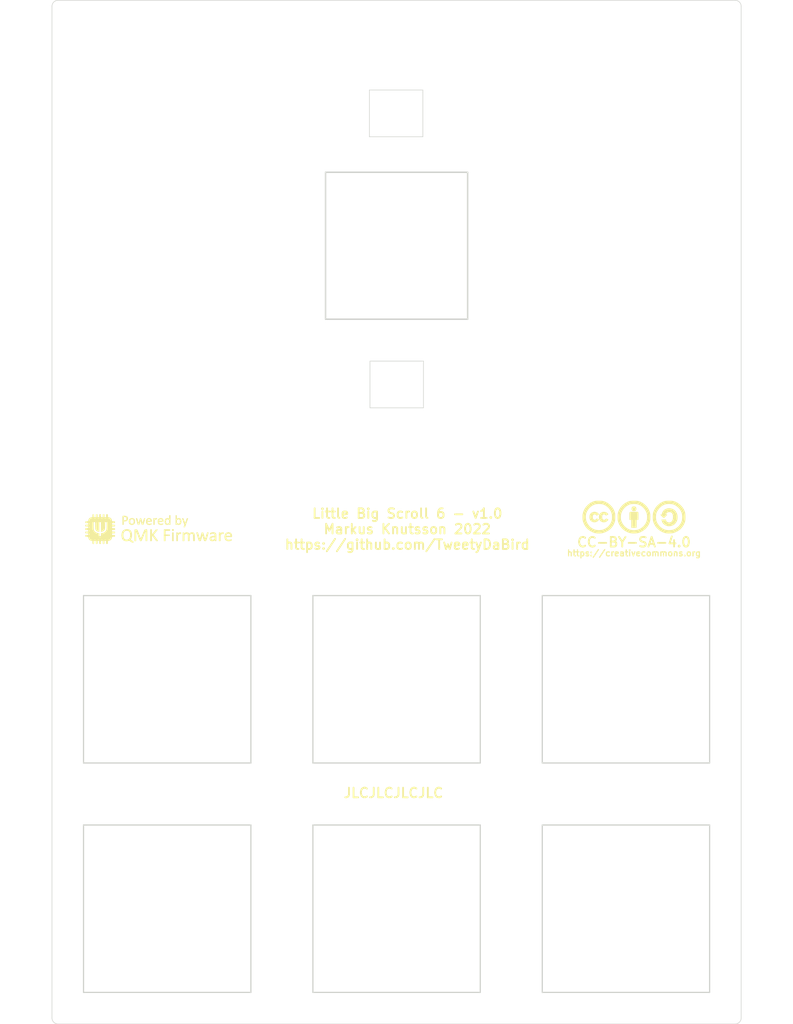
<source format=kicad_pcb>
(kicad_pcb (version 20211014) (generator pcbnew)
  (title_block (title "Little Big Scroll 6") (date "2022-01-28") (rev "v1.0") (company "Tweety's Wild Thinking") (comment 1 "Markus Knutsson <markus.knutsson@tweety.se>") (comment 2 "https://github.com/TweetyDaBird") (comment 3 "Licensed under Creative Commons BY-SA 4.0 International "))
  (layers (0 "F.Cu" signal) (31 "B.Cu" signal) (34 "B.Paste" user) (35 "F.Paste" user) (36 "B.SilkS" user "B.Silkscreen") (37 "F.SilkS" user "F.Silkscreen") (38 "B.Mask" user) (39 "F.Mask" user) (44 "Edge.Cuts" user))
  (net 0 "")
  (footprint "Tweety keyswitches:Plate_1u" (layer "F.Cu") (at 91.22 103.16)
    (fp_text reference "SW1" hide)
    (fp_text value "SW_Push" hide)
    (fp_line (start 6.95 6.95) (end 6.95 -6.95) (layer "Edge.Cuts") (width 0.1))
    (fp_line (start -6.95 6.95) (end -6.95 -6.95) (layer "Edge.Cuts") (width 0.1))
    (fp_line (start 6.95 -6.95) (end -6.95 -6.95) (layer "Edge.Cuts") (width 0.1))
    (fp_line (start 6.95 6.95) (end -6.95 6.95) (layer "Edge.Cuts") (width 0.1))
  )
  (footprint "Tweety keyswitches:Plate_1u" (layer "F.Cu") (at 110.27 103.16)
    (fp_text reference "SW2" hide)
    (fp_text value "SW_Push" hide)
    (fp_line (start 6.95 -6.95) (end -6.95 -6.95) (layer "Edge.Cuts") (width 0.1))
    (fp_line (start -6.95 6.95) (end -6.95 -6.95) (layer "Edge.Cuts") (width 0.1))
    (fp_line (start 6.95 6.95) (end -6.95 6.95) (layer "Edge.Cuts") (width 0.1))
    (fp_line (start 6.95 6.95) (end 6.95 -6.95) (layer "Edge.Cuts") (width 0.1))
  )
  (footprint "Tweety keyswitches:Plate_1u" (layer "F.Cu") (at 129.32 103.16)
    (fp_text reference "SW3" hide)
    (fp_text value "SW_Push" hide)
    (fp_line (start -6.95 6.95) (end -6.95 -6.95) (layer "Edge.Cuts") (width 0.1))
    (fp_line (start 6.95 6.95) (end 6.95 -6.95) (layer "Edge.Cuts") (width 0.1))
    (fp_line (start 6.95 -6.95) (end -6.95 -6.95) (layer "Edge.Cuts") (width 0.1))
    (fp_line (start 6.95 6.95) (end -6.95 6.95) (layer "Edge.Cuts") (width 0.1))
  )
  (footprint "Tweety keyswitches:Plate_1u" (layer "F.Cu") (at 91.22 122.21)
    (fp_text reference "SW4" hide)
    (fp_text value "SW_Push" hide)
    (fp_line (start -6.95 6.95) (end -6.95 -6.95) (layer "Edge.Cuts") (width 0.1))
    (fp_line (start 6.95 -6.95) (end -6.95 -6.95) (layer "Edge.Cuts") (width 0.1))
    (fp_line (start 6.95 6.95) (end 6.95 -6.95) (layer "Edge.Cuts") (width 0.1))
    (fp_line (start 6.95 6.95) (end -6.95 6.95) (layer "Edge.Cuts") (width 0.1))
  )
  (footprint "Tweety keyswitches:Plate_1u" (layer "F.Cu") (at 110.27 122.21)
    (fp_text reference "SW5" hide)
    (fp_text value "SW_Push" hide)
    (fp_line (start 6.95 6.95) (end -6.95 6.95) (layer "Edge.Cuts") (width 0.1))
    (fp_line (start -6.95 6.95) (end -6.95 -6.95) (layer "Edge.Cuts") (width 0.1))
    (fp_line (start 6.95 -6.95) (end -6.95 -6.95) (layer "Edge.Cuts") (width 0.1))
    (fp_line (start 6.95 6.95) (end 6.95 -6.95) (layer "Edge.Cuts") (width 0.1))
  )
  (footprint "Tweety keyswitches:Plate_1u" (layer "F.Cu") (at 129.32 122.21)
    (fp_text reference "SW6" hide)
    (fp_text value "SW_Push" hide)
    (fp_line (start 6.95 6.95) (end 6.95 -6.95) (layer "Edge.Cuts") (width 0.1))
    (fp_line (start 6.95 -6.95) (end -6.95 -6.95) (layer "Edge.Cuts") (width 0.1))
    (fp_line (start -6.95 6.95) (end -6.95 -6.95) (layer "Edge.Cuts") (width 0.1))
    (fp_line (start 6.95 6.95) (end -6.95 6.95) (layer "Edge.Cuts") (width 0.1))
  )
  (footprint "Keyboard Library:RotaryEncoder_PlateHole_Placeholder" (layer "F.Cu") (at 110.27 67.16 90)
    (fp_text reference "SW7")
    (fp_text value "Rotary_Encoder_Switch")
    (fp_line (start 6.1 -5.9) (end -6.1 -5.9) (layer "Edge.Cuts") (width 0.12))
    (fp_line (start -6.1 -5.9) (end -6.1 5.9) (layer "Edge.Cuts") (width 0.12))
    (fp_line (start 6.1 -5.9) (end 6.1 5.9) (layer "Edge.Cuts") (width 0.12))
    (fp_line (start 6.1 5.9) (end -6.1 5.9) (layer "Edge.Cuts") (width 0.12))
  )
  (footprint "MountingHole:MountingHole_3.7mm" (layer "F.Cu") (at 86.22 112.685)
    (fp_text reference "H1" hide)
    (fp_text value "Hole_PCB_M2-Spacer")
    (pad "" np_thru_hole circle locked (at 0 0) (size 3.7 3.7) (drill 3.7) (layers *.Cu *.Mask))
  )
  (footprint "MountingHole:MountingHole_3.7mm" (layer "F.Cu") (at 134.32 112.685)
    (fp_text reference "H2" hide)
    (fp_text value "Hole_PCB_M2-Spacer")
    (pad "" np_thru_hole circle locked (at 0 0) (size 3.7 3.7) (drill 3.7) (layers *.Cu *.Mask))
  )
  (footprint "MountingHole:MountingHole_3.7mm" (layer "F.Cu") (at 134.94 50.73)
    (fp_text reference "H3" hide)
    (fp_text value "Hole_PCB_M2-Spacer")
    (pad "" np_thru_hole circle locked (at 0 0) (size 3.7 3.7) (drill 3.7) (layers *.Cu *.Mask))
  )
  (footprint "MountingHole:MountingHole_3.7mm" (layer "F.Cu") (at 85.6 50.73)
    (fp_text reference "H4" hide)
    (fp_text value "Hole_PCB_M2-Spacer")
    (pad "" np_thru_hole circle locked (at 0 0) (size 3.7 3.7) (drill 3.7) (layers *.Cu *.Mask))
  )
  (footprint "QMK Logo:Powered_by_QMK" (layer "F.Cu") (at 90.537262 90.674188)
    (fp_text reference "Logo1" hide)
    (fp_text value "QMK_Logo" hide)
  )
  (footprint "CC_Licensing:CC_BY_SA_40" (layer "F.Cu") (at 130.026958 90.616725)
    (fp_text reference "Lic1")
    (fp_text value "CC-BY-SA-4.0" (at -0.041555 1.16) (layer "F.SilkS") (effects (font (size 0.8 0.8))))
    (fp_text user "https://creativecommons.org" (at -0.041555 2.07) (layer "F.SilkS") (effects (font (size 0.5 0.5) (thickness 0.1))))
  )
  (gr_arc (start 82.15 131.78) (mid 81.796447 131.633553) (end 81.65 131.28) (layer "Edge.Cuts") (width 0.05))
  (gr_arc (start 138.39 46.78) (mid 138.743553 46.926447) (end 138.89 47.28) (layer "Edge.Cuts") (width 0.05))
  (gr_line (start 108.015 58.11) (end 108.015 54.23) (layer "Edge.Cuts") (width 0.05))
  (gr_arc (start 81.65 47.28) (mid 81.796447 46.926447) (end 82.15 46.78) (layer "Edge.Cuts") (width 0.05))
  (gr_line (start 112.5 76.74) (end 112.5 80.62) (layer "Edge.Cuts") (width 0.05))
  (gr_line (start 138.89 47.28) (end 138.89 131.28) (layer "Edge.Cuts") (width 0.05))
  (gr_line (start 82.15 46.78) (end 138.39 46.78) (layer "Edge.Cuts") (width 0.05))
  (gr_line (start 112.445 58.11) (end 108.015 58.11) (layer "Edge.Cuts") (width 0.05))
  (gr_line (start 112.49 80.62) (end 108.06 80.62) (layer "Edge.Cuts") (width 0.05))
  (gr_line (start 81.65 131.28) (end 81.65 47.28) (layer "Edge.Cuts") (width 0.05))
  (gr_line (start 112.455 54.23) (end 112.455 58.11) (layer "Edge.Cuts") (width 0.05))
  (gr_arc (start 138.89 131.28) (mid 138.743553 131.633553) (end 138.39 131.78) (layer "Edge.Cuts") (width 0.05))
  (gr_line (start 108.06 80.62) (end 108.06 76.74) (layer "Edge.Cuts") (width 0.05))
  (gr_line (start 108.06 76.74) (end 112.5 76.74) (layer "Edge.Cuts") (width 0.05))
  (gr_line (start 108.015 54.23) (end 112.455 54.23) (layer "Edge.Cuts") (width 0.05))
  (gr_line (start 138.39 131.78) (end 82.15 131.78) (layer "Edge.Cuts") (width 0.05))
  (gr_text "JLCJLCJLCJLC" (at 110.01 112.6) (layer "F.SilkS") (effects (font (size 0.8 0.8))))
  (gr_text "Little Big Scroll 6 - v1.0\nMarkus Knutsson 2022\nhttps://github.com/TweetyDaBird" (at 111.16 90.69) (layer "F.SilkS") (effects (font (size 0.8 0.8))))
)
</source>
